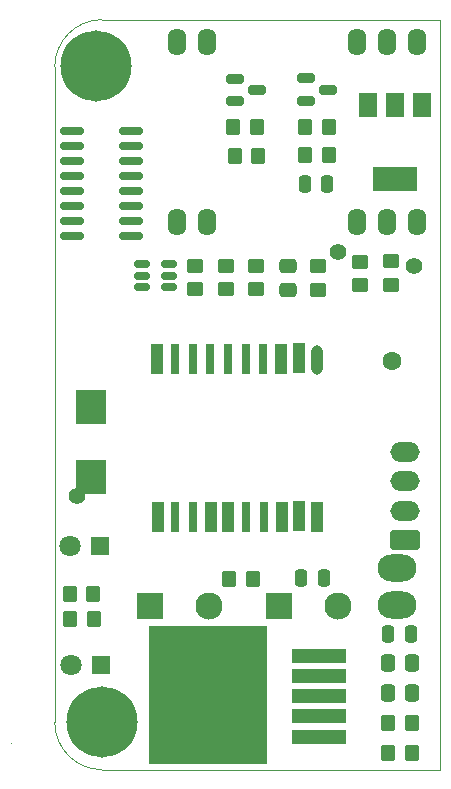
<source format=gbr>
G04 #@! TF.GenerationSoftware,KiCad,Pcbnew,(6.0.7)*
G04 #@! TF.CreationDate,2023-02-15T16:43:35+05:30*
G04 #@! TF.ProjectId,POWER CARD,504f5745-5220-4434-9152-442e6b696361,rev?*
G04 #@! TF.SameCoordinates,Original*
G04 #@! TF.FileFunction,Soldermask,Bot*
G04 #@! TF.FilePolarity,Negative*
%FSLAX46Y46*%
G04 Gerber Fmt 4.6, Leading zero omitted, Abs format (unit mm)*
G04 Created by KiCad (PCBNEW (6.0.7)) date 2023-02-15 16:43:35*
%MOMM*%
%LPD*%
G01*
G04 APERTURE LIST*
G04 Aperture macros list*
%AMRoundRect*
0 Rectangle with rounded corners*
0 $1 Rounding radius*
0 $2 $3 $4 $5 $6 $7 $8 $9 X,Y pos of 4 corners*
0 Add a 4 corners polygon primitive as box body*
4,1,4,$2,$3,$4,$5,$6,$7,$8,$9,$2,$3,0*
0 Add four circle primitives for the rounded corners*
1,1,$1+$1,$2,$3*
1,1,$1+$1,$4,$5*
1,1,$1+$1,$6,$7*
1,1,$1+$1,$8,$9*
0 Add four rect primitives between the rounded corners*
20,1,$1+$1,$2,$3,$4,$5,0*
20,1,$1+$1,$4,$5,$6,$7,0*
20,1,$1+$1,$6,$7,$8,$9,0*
20,1,$1+$1,$8,$9,$2,$3,0*%
G04 Aperture macros list end*
G04 #@! TA.AperFunction,Profile*
%ADD10C,0.100000*%
G04 #@! TD*
%ADD11O,3.300000X2.300000*%
%ADD12R,2.300000X2.300000*%
%ADD13C,2.300000*%
%ADD14O,1.600000X2.300000*%
%ADD15C,6.000000*%
%ADD16C,0.800000*%
%ADD17R,1.500000X1.500000*%
%ADD18C,1.800000*%
%ADD19C,1.400000*%
%ADD20RoundRect,0.250000X1.000000X-0.600000X1.000000X0.600000X-1.000000X0.600000X-1.000000X-0.600000X0*%
%ADD21O,2.500000X1.700000*%
%ADD22C,1.600000*%
%ADD23RoundRect,0.200000X-0.537500X-0.200000X0.537500X-0.200000X0.537500X0.200000X-0.537500X0.200000X0*%
%ADD24RoundRect,0.250000X-0.350000X-0.450000X0.350000X-0.450000X0.350000X0.450000X-0.350000X0.450000X0*%
%ADD25RoundRect,0.250000X0.475000X-0.337500X0.475000X0.337500X-0.475000X0.337500X-0.475000X-0.337500X0*%
%ADD26RoundRect,0.250000X0.350000X0.450000X-0.350000X0.450000X-0.350000X-0.450000X0.350000X-0.450000X0*%
%ADD27RoundRect,0.250000X0.450000X-0.350000X0.450000X0.350000X-0.450000X0.350000X-0.450000X-0.350000X0*%
%ADD28RoundRect,0.250000X-0.337500X-0.475000X0.337500X-0.475000X0.337500X0.475000X-0.337500X0.475000X0*%
%ADD29RoundRect,0.250000X-0.450000X0.350000X-0.450000X-0.350000X0.450000X-0.350000X0.450000X0.350000X0*%
%ADD30RoundRect,0.250000X-0.250000X-0.475000X0.250000X-0.475000X0.250000X0.475000X-0.250000X0.475000X0*%
%ADD31R,4.600000X1.300000*%
%ADD32R,9.975000X11.650000*%
%ADD33RoundRect,0.150000X0.512500X0.150000X-0.512500X0.150000X-0.512500X-0.150000X0.512500X-0.150000X0*%
%ADD34R,1.000000X2.500000*%
%ADD35R,0.800000X2.500000*%
%ADD36O,1.000000X2.500000*%
%ADD37R,1.500000X2.000000*%
%ADD38R,3.800000X2.000000*%
%ADD39R,2.500000X3.000000*%
%ADD40RoundRect,0.150000X0.825000X0.150000X-0.825000X0.150000X-0.825000X-0.150000X0.825000X-0.150000X0*%
G04 APERTURE END LIST*
D10*
X85582966Y-123837734D02*
G75*
G03*
X89583042Y-127837734I4000034J34D01*
G01*
X85583042Y-68337734D02*
X85583042Y-123837734D01*
X118166574Y-127837734D02*
X118166574Y-64337734D01*
X89583042Y-127837734D02*
X118166574Y-127837734D01*
X118166574Y-64337734D02*
X89583042Y-64337734D01*
X89583042Y-64337732D02*
G75*
G03*
X85583042Y-68337734I-2J-3999998D01*
G01*
X81906894Y-125643083D02*
G75*
G03*
X81906894Y-125643083I-1J0D01*
G01*
D11*
X114523042Y-110727734D03*
D12*
X93622074Y-114023224D03*
D13*
X98622074Y-114023224D03*
D12*
X104558634Y-113967496D03*
D13*
X109558634Y-113967496D03*
D14*
X116282297Y-66236801D03*
X113742297Y-66236801D03*
X111202297Y-66236801D03*
X98502297Y-66236801D03*
X95962297Y-66236801D03*
X95962297Y-81476801D03*
X98502297Y-81476801D03*
X111202297Y-81476801D03*
X113742297Y-81476801D03*
X116282297Y-81476801D03*
D11*
X114553042Y-113927734D03*
D15*
X89558714Y-123804359D03*
D16*
X91414869Y-121948204D03*
X86933714Y-123804359D03*
X92183714Y-123804359D03*
X91414869Y-125660514D03*
X89558714Y-121179359D03*
X89558714Y-126429359D03*
X87702559Y-125660514D03*
X87702559Y-121948204D03*
D17*
X89428715Y-108904359D03*
D18*
X86888713Y-108904359D03*
D19*
X87473042Y-104637734D03*
D16*
X89058714Y-70929359D03*
X91683714Y-68304359D03*
X87202559Y-66448204D03*
D15*
X89058714Y-68304359D03*
D16*
X90914869Y-66448204D03*
X89058714Y-65679359D03*
X90914869Y-70160514D03*
X87202559Y-70160514D03*
X86433714Y-68304359D03*
D17*
X89528715Y-119004359D03*
D18*
X86988713Y-119004359D03*
D19*
X109603042Y-84047734D03*
X116003042Y-85157734D03*
D20*
X115213042Y-108427734D03*
D21*
X115213042Y-105927734D03*
X115213042Y-103427734D03*
X115213042Y-100927734D03*
D22*
X114163042Y-93237734D03*
D23*
X100805542Y-71257734D03*
X100805542Y-69357734D03*
X102680542Y-70307734D03*
D24*
X100365347Y-111678233D03*
X102365347Y-111678233D03*
D25*
X105293042Y-87245234D03*
X105293042Y-85170234D03*
D26*
X102833042Y-75857734D03*
X100833042Y-75857734D03*
D27*
X107873042Y-87187734D03*
X107873042Y-85187734D03*
D28*
X113795211Y-118802549D03*
X115870211Y-118802549D03*
D24*
X106803042Y-75827734D03*
X108803042Y-75827734D03*
D29*
X97483042Y-85177734D03*
X97483042Y-87177734D03*
X111403042Y-84847734D03*
X111403042Y-86847734D03*
X102583042Y-85157734D03*
X102583042Y-87157734D03*
D24*
X113814135Y-126427955D03*
X115814135Y-126427955D03*
X86891018Y-115103863D03*
X88891018Y-115103863D03*
D30*
X106453042Y-111647734D03*
X108353042Y-111647734D03*
D31*
X107976519Y-118234835D03*
X107976519Y-119934835D03*
X107976519Y-121634835D03*
D32*
X98539019Y-121559835D03*
D31*
X107976519Y-123334835D03*
X107976519Y-125034835D03*
D33*
X95234470Y-85067734D03*
X95234470Y-86017734D03*
X95234470Y-86967734D03*
X92959470Y-86967734D03*
X92959470Y-86017734D03*
X92959470Y-85067734D03*
D29*
X100064485Y-85168508D03*
X100064485Y-87168508D03*
D24*
X86856343Y-112963097D03*
X88856343Y-112963097D03*
D34*
X107788042Y-106417734D03*
X106300542Y-106405234D03*
X104788042Y-106417734D03*
D35*
X103288042Y-106417734D03*
X101788042Y-106417734D03*
D34*
X100288042Y-106417734D03*
X98788042Y-106417734D03*
D35*
X97288042Y-106417734D03*
X95788042Y-106417734D03*
D34*
X94288042Y-106417734D03*
X94250542Y-93105234D03*
D35*
X95750542Y-93105234D03*
X97250542Y-93105234D03*
X98750542Y-93105234D03*
X100250542Y-93105234D03*
X101750542Y-93105234D03*
X103250542Y-93105234D03*
D34*
X104750542Y-93105234D03*
X106263042Y-93017734D03*
D36*
X107750542Y-93117734D03*
D26*
X102693042Y-73467734D03*
X100693042Y-73467734D03*
D30*
X113808407Y-116338146D03*
X115708407Y-116338146D03*
D23*
X106835542Y-71207734D03*
X106835542Y-69307734D03*
X108710542Y-70257734D03*
D37*
X112103042Y-71567734D03*
D38*
X114403042Y-77867734D03*
D37*
X114403042Y-71567734D03*
X116703042Y-71567734D03*
D26*
X115789367Y-123889249D03*
X113789367Y-123889249D03*
D39*
X88665189Y-103046012D03*
X88665189Y-97096012D03*
D29*
X114023042Y-84787734D03*
X114023042Y-86787734D03*
D24*
X106803042Y-73397734D03*
X108803042Y-73397734D03*
D28*
X113789019Y-121375311D03*
X115864019Y-121375311D03*
D30*
X106733042Y-78237734D03*
X108633042Y-78237734D03*
D40*
X91998042Y-73752734D03*
X91998042Y-75022734D03*
X91998042Y-76292734D03*
X91998042Y-77562734D03*
X91998042Y-78832734D03*
X91998042Y-80102734D03*
X91998042Y-81372734D03*
X91998042Y-82642734D03*
X87048042Y-82642734D03*
X87048042Y-81372734D03*
X87048042Y-80102734D03*
X87048042Y-78832734D03*
X87048042Y-77562734D03*
X87048042Y-76292734D03*
X87048042Y-75022734D03*
X87048042Y-73752734D03*
M02*

</source>
